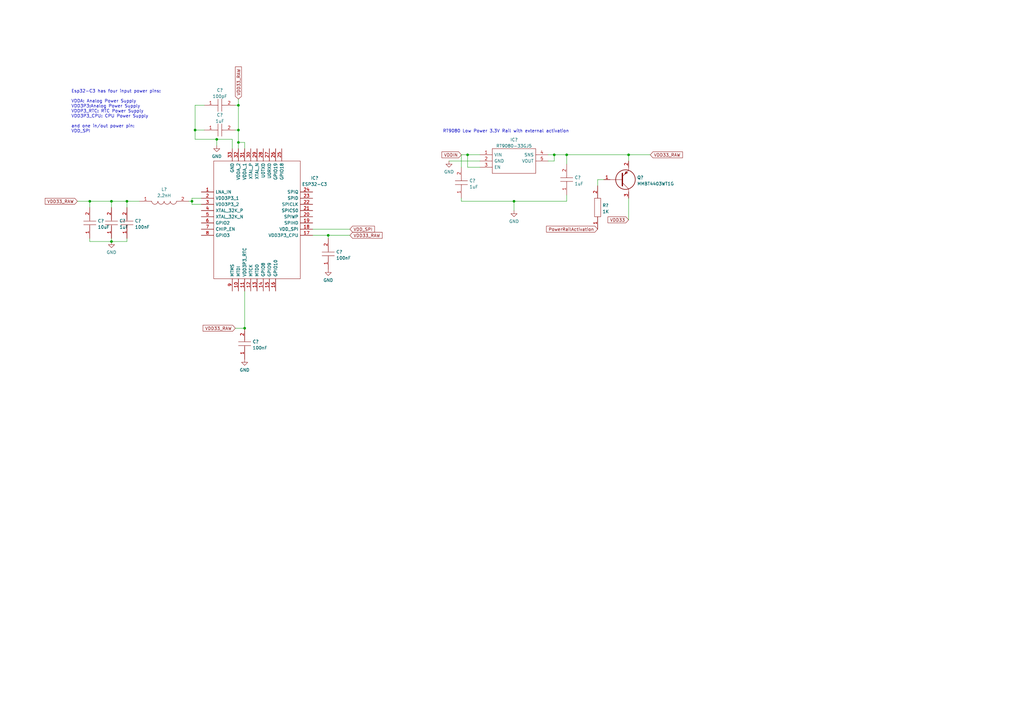
<source format=kicad_sch>
(kicad_sch (version 20211123) (generator eeschema)
  (paper "A3")
  (title_block (title "Easy C3 Dev Board") (date "2022-03-10") (company "Making Devices"))
  (lib_symbols
    (symbol "Library Loader:C0805C475M8RACTU" (pin_names (offset 0.762))
      (property "Reference" "C" (at 8.89 6.35 0))
      (property "Value" "C0805C475M8RACTU" (at 8.89 3.81 0))
      (symbol "C0805C475M8RACTU_0_0"
        (pin passive line (at 0 0 0) (length 5.08) (name "~") (number "1"))
        (pin passive line (at 12.7 0 180) (length 5.08) (name "~") (number "2"))
      )
      (symbol "C0805C475M8RACTU_0_1"
        (polyline (pts (xy 5.08 0) (xy 5.588 0)) (stroke (width 0.1524)))
        (polyline (pts (xy 5.588 2.54) (xy 5.588 -2.54)) (stroke (width 0.1524)))
        (polyline (pts (xy 7.112 0) (xy 7.62 0)) (stroke (width 0.1524)))
        (polyline (pts (xy 7.112 2.54) (xy 7.112 -2.54)) (stroke (width 0.1524)))
      )
    )
    (symbol "Library Loader:ERJP6WF1303V" (pin_names (offset 0.762))
      (property "Reference" "R" (at 13.97 6.35 0))
      (property "Value" "ERJP6WF1303V" (at 13.97 3.81 0))
      (symbol "ERJP6WF1303V_0_0"
        (pin passive line (at 0 0 0) (length 5.08) (name "~") (number "1"))
        (pin passive line (at 17.78 0 180) (length 5.08) (name "~") (number "2"))
      )
      (symbol "ERJP6WF1303V_0_1"
        (polyline (pts (xy 5.08 1.27) (xy 12.7 1.27) (xy 12.7 -1.27) (xy 5.08 -1.27) (xy 5.08 1.27)) (stroke (width 0.1524)))
      )
    )
    (symbol "Library Loader:ESP32-C3" (pin_names (offset 0.762))
      (property "Reference" "IC" (at 41.91 17.78 0))
      (property "Value" "ESP32-C3" (at 41.91 15.24 0))
      (symbol "ESP32-C3_0_0"
        (pin passive line (at 0 0 0) (length 5.08) (name "LNA_IN") (number "1"))
        (pin passive line (at 15.24 -40.64 90) (length 5.08) (name "MTDI") (number "10"))
        (pin passive line (at 17.78 -40.64 90) (length 5.08) (name "VDD3P3_RTC") (number "11"))
        (pin passive line (at 20.32 -40.64 90) (length 5.08) (name "MTCK") (number "12"))
        (pin passive line (at 22.86 -40.64 90) (length 5.08) (name "MTDO") (number "13"))
        (pin passive line (at 25.4 -40.64 90) (length 5.08) (name "GPIO8") (number "14"))
        (pin passive line (at 27.94 -40.64 90) (length 5.08) (name "GPIO9") (number "15"))
        (pin passive line (at 30.48 -40.64 90) (length 5.08) (name "GPIO10") (number "16"))
        (pin passive line (at 45.72 -17.78 180) (length 5.08) (name "VDD3P3_CPU") (number "17"))
        (pin passive line (at 45.72 -15.24 180) (length 5.08) (name "VDD_SPI") (number "18"))
        (pin passive line (at 45.72 -12.7 180) (length 5.08) (name "SPIHD") (number "19"))
        (pin passive line (at 0 -2.54 0) (length 5.08) (name "VDD3P3_1") (number "2"))
        (pin passive line (at 45.72 -10.16 180) (length 5.08) (name "SPIWP") (number "20"))
        (pin passive line (at 45.72 -7.62 180) (length 5.08) (name "SPICS0") (number "21"))
        (pin passive line (at 45.72 -5.08 180) (length 5.08) (name "SPICLK") (number "22"))
        (pin passive line (at 45.72 -2.54 180) (length 5.08) (name "SPID") (number "23"))
        (pin passive line (at 45.72 0 180) (length 5.08) (name "SPIQ") (number "24"))
        (pin passive line (at 33.02 17.78 270) (length 5.08) (name "GPIO18") (number "25"))
        (pin passive line (at 30.48 17.78 270) (length 5.08) (name "GPIO19") (number "26"))
        (pin passive line (at 27.94 17.78 270) (length 5.08) (name "U0RXD") (number "27"))
        (pin passive line (at 25.4 17.78 270) (length 5.08) (name "U0TXD") (number "28"))
        (pin passive line (at 22.86 17.78 270) (length 5.08) (name "XTAL_N") (number "29"))
        (pin passive line (at 0 -5.08 0) (length 5.08) (name "VDD3P3_2") (number "3"))
        (pin passive line (at 20.32 17.78 270) (length 5.08) (name "XTAL_P") (number "30"))
        (pin passive line (at 17.78 17.78 270) (length 5.08) (name "VDDA_1") (number "31"))
        (pin passive line (at 15.24 17.78 270) (length 5.08) (name "VDDA_2") (number "32"))
        (pin passive line (at 12.7 17.78 270) (length 5.08) (name "GND") (number "33"))
        (pin passive line (at 0 -7.62 0) (length 5.08) (name "XTAL_32K_P") (number "4"))
        (pin passive line (at 0 -10.16 0) (length 5.08) (name "XTAL_32K_N") (number "5"))
        (pin passive line (at 0 -12.7 0) (length 5.08) (name "GPIO2") (number "6"))
        (pin passive line (at 0 -15.24 0) (length 5.08) (name "CHIP_EN") (number "7"))
        (pin passive line (at 0 -17.78 0) (length 5.08) (name "GPIO3") (number "8"))
        (pin passive line (at 12.7 -40.64 90) (length 5.08) (name "MTMS") (number "9"))
      )
      (symbol "ESP32-C3_0_1"
        (polyline (pts (xy 5.08 12.7) (xy 40.64 12.7) (xy 40.64 -35.56) (xy 5.08 -35.56) (xy 5.08 12.7)) (stroke (width 0.1524)))
      )
    )
    (symbol "Library Loader:LQW2BAS2N7J00L" (pin_names (offset 0.762))
      (property "Reference" "L" (at 16.51 6.35 0))
      (property "Value" "LQW2BAS2N7J00L" (at 16.51 3.81 0))
      (symbol "LQW2BAS2N7J00L_0_0"
        (pin passive line (at 0 0 0) (length 5.08) (name "~") (number "1"))
        (pin passive line (at 20.32 0 180) (length 5.08) (name "~") (number "2"))
      )
      (symbol "LQW2BAS2N7J00L_0_1"
        (arc (start 5.08 0) (mid 6.35 -1.3218) (end 7.62 0) (stroke (width 0.1524)))
        (arc (start 7.62 0) (mid 8.89 -1.3218) (end 10.16 0) (stroke (width 0.1524)))
        (arc (start 10.16 0) (mid 11.43 -1.3218) (end 12.7 0) (stroke (width 0.1524)))
        (arc (start 12.7 0) (mid 13.97 -1.3218) (end 15.24 0) (stroke (width 0.1524)))
      )
    )
    (symbol "Library Loader:MMBT4403WT1G" (pin_names (offset 0.762))
      (property "Reference" "Q" (at 13.97 1.27 0))
      (property "Value" "MMBT4403WT1G" (at 13.97 -1.27 0))
      (symbol "MMBT4403WT1G_0_0"
        (pin passive line (at 0 0 0) (length 2.54) (name "~") (number "1"))
        (pin passive line (at 10.16 -7.62 90) (length 2.54) (name "~") (number "2"))
        (pin passive line (at 10.16 7.62 270) (length 2.54) (name "~") (number "3"))
      )
      (symbol "MMBT4403WT1G_0_1"
        (polyline (pts (xy 2.54 0) (xy 7.62 0)) (stroke (width 0.1524)))
        (polyline (pts (xy 7.62 -1.27) (xy 10.16 -3.81)) (stroke (width 0.1524)))
        (polyline (pts (xy 7.62 1.27) (xy 10.16 3.81)) (stroke (width 0.1524)))
        (polyline (pts (xy 7.62 2.54) (xy 7.62 -2.54)) (stroke (width 0.508)))
        (polyline (pts (xy 10.16 -3.81) (xy 10.16 -5.08)) (stroke (width 0.1524)))
        (polyline (pts (xy 10.16 3.81) (xy 10.16 5.08)) (stroke (width 0.1524)))
        (polyline (pts (xy 9.652 -2.794) (xy 9.144 -3.302) (xy 8.636 -2.286) (xy 9.652 -2.794)) (stroke (width 0.254)) (fill (type outline)))
        (circle (center 8.89 0) (radius 4.0132) (stroke (width 0.254)))
      )
    )
    (symbol "Library Loader:RT9080-33GJ5" (pin_names (offset 0.762))
      (property "Reference" "IC" (at 24.13 7.62 0))
      (property "Value" "RT9080-33GJ5" (at 24.13 5.08 0))
      (symbol "RT9080-33GJ5_0_0"
        (pin passive line (at 0 0 0) (length 5.08) (name "VIN") (number "1"))
        (pin passive line (at 0 -2.54 0) (length 5.08) (name "GND") (number "2"))
        (pin passive line (at 0 -5.08 0) (length 5.08) (name "EN") (number "3"))
        (pin passive line (at 27.94 0 180) (length 5.08) (name "SNS") (number "4"))
        (pin passive line (at 27.94 -2.54 180) (length 5.08) (name "VOUT") (number "5"))
      )
      (symbol "RT9080-33GJ5_0_1"
        (polyline (pts (xy 5.08 2.54) (xy 22.86 2.54) (xy 22.86 -7.62) (xy 5.08 -7.62) (xy 5.08 2.54)) (stroke (width 0.1524)))
      )
    )
    (symbol "power:GND" (power) (pin_names (offset 0))
      (property "Value" "GND" (at 0 -3.81 0))
      (symbol "GND_0_1"
        (polyline (pts (xy 0 0) (xy 0 -1.27) (xy 1.27 -1.27) (xy 0 -2.54) (xy -1.27 -1.27) (xy 0 -1.27)))
      )
      (symbol "GND_1_1"
        (pin power_in line (at 0 0 270) (length 0) hide (name "GND") (number "1"))
      )
    )
  )
  (junction (at 78.74 82.55))
  (junction (at 80.01 53.34))
  (junction (at 134.62 96.52))
  (junction (at 97.79 53.34))
  (junction (at 257.81 63.5))
  (junction (at 45.72 82.55))
  (junction (at 232.41 63.5))
  (junction (at 88.9 57.15))
  (junction (at 97.79 58.42))
  (junction (at 227.33 63.5))
  (junction (at 45.72 99.06))
  (junction (at 97.79 43.18))
  (junction (at 36.83 82.55))
  (junction (at 191.77 63.5))
  (junction (at 100.33 134.62))
  (junction (at 52.07 82.55))
  (junction (at 210.82 82.55))
  (wire (pts (xy 191.77 68.58) (xy 191.77 63.5)))
  (wire (pts (xy 210.82 82.55) (xy 189.23 82.55)))
  (wire (pts (xy 257.81 63.5) (xy 257.81 66.04)))
  (wire (pts (xy 88.9 57.15) (xy 88.9 59.69)))
  (wire (pts (xy 95.25 57.15) (xy 88.9 57.15)))
  (wire (pts (xy 224.79 63.5) (xy 227.33 63.5)))
  (wire (pts (xy 128.27 96.52) (xy 134.62 96.52)))
  (wire (pts (xy 97.79 58.42) (xy 97.79 60.96)))
  (wire (pts (xy 184.15 66.04) (xy 196.85 66.04)))
  (wire (pts (xy 247.65 73.66) (xy 245.11 73.66)))
  (wire (pts (xy 45.72 82.55) (xy 52.07 82.55)))
  (wire (pts (xy 134.62 96.52) (xy 143.51 96.52)))
  (wire (pts (xy 245.11 73.66) (xy 245.11 76.2)))
  (wire (pts (xy 82.55 83.82) (xy 78.74 83.82)))
  (wire (pts (xy 78.74 82.55) (xy 78.74 83.82)))
  (wire (pts (xy 189.23 63.5) (xy 189.23 68.58)))
  (wire (pts (xy 45.72 99.06) (xy 36.83 99.06)))
  (wire (pts (xy 97.79 53.34) (xy 97.79 58.42)))
  (wire (pts (xy 52.07 82.55) (xy 57.15 82.55)))
  (wire (pts (xy 189.23 82.55) (xy 189.23 81.28)))
  (wire (pts (xy 232.41 80.01) (xy 232.41 82.55)))
  (wire (pts (xy 95.25 60.96) (xy 95.25 57.15)))
  (wire (pts (xy 97.79 43.18) (xy 97.79 53.34)))
  (wire (pts (xy 80.01 43.18) (xy 80.01 53.34)))
  (wire (pts (xy 232.41 82.55) (xy 210.82 82.55)))
  (wire (pts (xy 134.62 96.52) (xy 134.62 97.79)))
  (wire (pts (xy 257.81 81.28) (xy 257.81 90.17)))
  (wire (pts (xy 232.41 63.5) (xy 232.41 67.31)))
  (wire (pts (xy 196.85 68.58) (xy 191.77 68.58)))
  (wire (pts (xy 97.79 40.64) (xy 97.79 43.18)))
  (wire (pts (xy 31.75 82.55) (xy 36.83 82.55)))
  (wire (pts (xy 83.82 43.18) (xy 80.01 43.18)))
  (wire (pts (xy 227.33 63.5) (xy 232.41 63.5)))
  (wire (pts (xy 100.33 58.42) (xy 97.79 58.42)))
  (wire (pts (xy 80.01 57.15) (xy 80.01 53.34)))
  (wire (pts (xy 45.72 82.55) (xy 45.72 85.09)))
  (wire (pts (xy 88.9 57.15) (xy 80.01 57.15)))
  (wire (pts (xy 78.74 81.28) (xy 82.55 81.28)))
  (wire (pts (xy 232.41 63.5) (xy 257.81 63.5)))
  (wire (pts (xy 78.74 81.28) (xy 78.74 82.55)))
  (wire (pts (xy 96.52 43.18) (xy 97.79 43.18)))
  (wire (pts (xy 80.01 53.34) (xy 83.82 53.34)))
  (wire (pts (xy 224.79 66.04) (xy 227.33 66.04)))
  (wire (pts (xy 100.33 134.62) (xy 96.52 134.62)))
  (wire (pts (xy 210.82 82.55) (xy 210.82 86.36)))
  (wire (pts (xy 36.83 82.55) (xy 36.83 85.09)))
  (wire (pts (xy 96.52 53.34) (xy 97.79 53.34)))
  (wire (pts (xy 52.07 99.06) (xy 45.72 99.06)))
  (wire (pts (xy 100.33 60.96) (xy 100.33 58.42)))
  (wire (pts (xy 257.81 63.5) (xy 266.7 63.5)))
  (wire (pts (xy 52.07 82.55) (xy 52.07 85.09)))
  (wire (pts (xy 45.72 97.79) (xy 45.72 99.06)))
  (wire (pts (xy 196.85 63.5) (xy 191.77 63.5)))
  (wire (pts (xy 227.33 66.04) (xy 227.33 63.5)))
  (wire (pts (xy 77.47 82.55) (xy 78.74 82.55)))
  (wire (pts (xy 52.07 97.79) (xy 52.07 99.06)))
  (wire (pts (xy 191.77 63.5) (xy 189.23 63.5)))
  (wire (pts (xy 36.83 97.79) (xy 36.83 99.06)))
  (wire (pts (xy 128.27 93.98) (xy 143.51 93.98)))
  (wire (pts (xy 100.33 119.38) (xy 100.33 134.62)))
  (wire (pts (xy 36.83 82.55) (xy 45.72 82.55)))
  (text "RT9080 Low Power 3.3V Rail with external activation" (at 181.61 54.61 0) (effects (font (size 1.27 1.27)) (justify left bottom)))
  (text "Esp32-C3 has four input power pins:\n\nVDDA: Analog Power Supply\nVDD3P3:Analog Power Supply\nVDDP3_RTC: RTC Power Supply\nVDD3P3_CPU: CPU Power Supply\n\nand one in/out power pin:\nVDD_SPI" (at 29.21 54.61 0) (effects (font (size 1.27 1.27)) (justify left bottom)))
  (global_label "VDD33_RAW" (shape input) (at 97.79 40.64 90) (property "Intersheet References" "${INTERSHEET_REFS}" (effects hide)))
  (global_label "VDD33_RAW" (shape input) (at 266.7 63.5 0) (property "Intersheet References" "${INTERSHEET_REFS}" (effects hide)))
  (global_label "PowerRailActivation" (shape input) (at 245.11 93.98 180) (property "Intersheet References" "${INTERSHEET_REFS}" (effects hide)))
  (global_label "VDD_SPI" (shape input) (at 143.51 93.98 0) (property "Intersheet References" "${INTERSHEET_REFS}" (effects hide)))
  (global_label "VDDIN" (shape input) (at 189.23 63.5 180) (property "Intersheet References" "${INTERSHEET_REFS}" (effects hide)))
  (global_label "VDD33_RAW" (shape input) (at 31.75 82.55 180) (property "Intersheet References" "${INTERSHEET_REFS}" (effects hide)))
  (global_label "VDD33_RAW" (shape input) (at 143.51 96.52 0) (property "Intersheet References" "${INTERSHEET_REFS}" (effects hide)))
  (global_label "VDD33" (shape input) (at 257.81 90.17 180) (property "Intersheet References" "${INTERSHEET_REFS}" (effects hide)))
  (global_label "VDD33_RAW" (shape input) (at 96.52 134.62 180) (property "Intersheet References" "${INTERSHEET_REFS}" (effects hide)))
  (symbol (lib_id "Library Loader:ESP32-C3") (at 82.55 78.74 0) (unit 1)
    (property "Reference" "IC?" (at 129.0303 73.0335 0))
    (property "Value" "ESP32-C3" (at 129.0303 75.5704 0))
    (property "Footprint" "QFN50P500X500X90-33N-D" (effects hide))
    (property "Datasheet" "https://www.espressif.com/sites/default/files/documentation/esp32-c3_datasheet_en.pdf" (effects hide))
    (property "Description" "Ultra-Low-Power SoC with RISC-V Single-Core CPU" (effects hide))
    (property "Height" "0.9" (effects hide))
    (property "Mouser Part Number" "356-ESP32-C3" (effects hide))
    (property "Mouser Price/Stock" "https://www.mouser.co.uk/ProductDetail/Espressif-Systems/ESP32-C3?qs=iLbezkQI%252BsiMXe7tMG%252Bo%2FA%3D%3D" (effects hide))
    (property "Manufacturer_Name" "Espressif Systems" (effects hide))
    (property "Manufacturer_Part_Number" "ESP32-C3" (effects hide))
  )
  (symbol (lib_id "Library Loader:RT9080-33GJ5") (at 196.85 63.5 0) (unit 1)
    (property "Reference" "IC?" (at 210.82 57.311 0))
    (property "Value" "RT9080-33GJ5" (at 210.82 59.8479 0))
    (property "Footprint" "SOT94P280X100-5N" (effects hide))
    (property "Datasheet" "https://www.richtek.com/assets/product_file/RT9080/DS9080-05.pdf" (effects hide))
    (property "Description" "IC REG LIN 3.3V 600MA TSOT23-5" (effects hide))
    (property "Height" "1" (effects hide))
    (property "Manufacturer_Name" "RICHTEK" (effects hide))
    (property "Manufacturer_Part_Number" "RT9080-33GJ5" (effects hide))
  )
  (symbol (lib_id "Library Loader:LQW2BAS2N7J00L") (at 57.15 82.55 0) (unit 1)
    (property "Reference" "L?" (at 67.31 77.6808 0))
    (property "Value" "2.2nH" (at 67.31 80.2177 0))
    (property "Footprint" "LQW2BAN11NG00L" (effects hide))
    (property "Datasheet" "https://psearch.en.murata.com/inductor/product/LQW2BAS2N7J00%23.html" (effects hide))
    (property "Description" "LQW2BAS_00 Series Inductor 2.7nH +/-5% 0805 (2015)" (effects hide))
    (property "Height" "1.52" (effects hide))
    (property "Mouser Part Number" "81-LQW2BAS2N7J00L" (effects hide))
    (property "Mouser Price/Stock" "https://www.mouser.co.uk/ProductDetail/Murata-Electronics/LQW2BAS2N7J00L?qs=rkhjVJ6%2F3EIoAem%252BmvnZ5w%3D%3D" (effects hide))
    (property "Manufacturer_Name" "Murata Electronics" (effects hide))
    (property "Manufacturer_Part_Number" "LQW2BAS2N7J00L" (effects hide))
  )
  (symbol (lib_id "Library Loader:C0805C475M8RACTU") (at 83.82 43.18 0) (unit 1)
    (property "Reference" "C?" (at 90.17 36.991 0))
    (property "Value" "100pF" (at 90.17 39.5279 0))
    (property "Footprint" "CAPC2012X140N" (effects hide))
    (property "Datasheet" "https://datasheet.datasheetarchive.com/originals/distributors/Datasheets-DGA8/2444426.pdf" (effects hide))
    (property "Description" "Cap Ceramic 4.7uF 10V X7R 20% Pad SMD 0805 125C T/R" (effects hide))
    (property "Height" "1.4" (effects hide))
    (property "Manufacturer_Name" "Kemet" (effects hide))
    (property "Manufacturer_Part_Number" "C0805C475M8RACTU" (effects hide))
  )
  (symbol (lib_id "Library Loader:C0805C475M8RACTU") (at 100.33 147.32 90) (unit 1)
    (property "Reference" "C?" (at 103.5812 140.1353 90) (effects (justify right)))
    (property "Value" "100nF" (at 103.5812 142.6722 90) (effects (justify right)))
    (property "Footprint" "CAPC2012X140N" (effects hide))
    (property "Datasheet" "https://datasheet.datasheetarchive.com/originals/distributors/Datasheets-DGA8/2444426.pdf" (effects hide))
    (property "Description" "Cap Ceramic 4.7uF 10V X7R 20% Pad SMD 0805 125C T/R" (effects hide))
    (property "Height" "1.4" (effects hide))
    (property "Manufacturer_Name" "Kemet" (effects hide))
    (property "Manufacturer_Part_Number" "C0805C475M8RACTU" (effects hide))
  )
  (symbol (lib_id "Library Loader:C0805C475M8RACTU") (at 83.82 53.34 0) (unit 1)
    (property "Reference" "C?" (at 90.17 47.151 0))
    (property "Value" "1uF" (at 90.17 49.6879 0))
    (property "Footprint" "CAPC2012X140N" (effects hide))
    (property "Datasheet" "https://datasheet.datasheetarchive.com/originals/distributors/Datasheets-DGA8/2444426.pdf" (effects hide))
    (property "Description" "Cap Ceramic 4.7uF 10V X7R 20% Pad SMD 0805 125C T/R" (effects hide))
    (property "Height" "1.4" (effects hide))
    (property "Manufacturer_Name" "Kemet" (effects hide))
    (property "Manufacturer_Part_Number" "C0805C475M8RACTU" (effects hide))
  )
  (symbol (lib_id "power:GND") (at 100.33 147.32 0) (unit 1)
    (property "Reference" "#PWR?" (effects hide))
    (property "Value" "GND" (at 100.33 151.7634 0))
  )
  (symbol (lib_id "power:GND") (at 210.82 86.36 0) (unit 1)
    (property "Reference" "#PWR?" (effects hide))
    (property "Value" "GND" (at 210.82 90.8034 0))
  )
  (symbol (lib_id "power:GND") (at 45.72 99.06 0) (unit 1)
    (property "Reference" "#PWR?" (effects hide))
    (property "Value" "GND" (at 45.72 103.5034 0))
  )
  (symbol (lib_id "power:GND") (at 184.15 66.04 0) (unit 1)
    (property "Reference" "#PWR?" (effects hide))
    (property "Value" "GND" (at 184.15 70.4834 0))
  )
  (symbol (lib_id "Library Loader:C0805C475M8RACTU") (at 232.41 80.01 90) (unit 1)
    (property "Reference" "C?" (at 235.6612 72.8253 90) (effects (justify right)))
    (property "Value" "1uF" (at 235.6612 75.3622 90) (effects (justify right)))
    (property "Footprint" "CAPC2012X140N" (effects hide))
    (property "Datasheet" "https://datasheet.datasheetarchive.com/originals/distributors/Datasheets-DGA8/2444426.pdf" (effects hide))
    (property "Description" "Cap Ceramic 4.7uF 10V X7R 20% Pad SMD 0805 125C T/R" (effects hide))
    (property "Height" "1.4" (effects hide))
    (property "Manufacturer_Name" "Kemet" (effects hide))
    (property "Manufacturer_Part_Number" "C0805C475M8RACTU" (effects hide))
  )
  (symbol (lib_id "Library Loader:C0805C475M8RACTU") (at 134.62 110.49 90) (unit 1)
    (property "Reference" "C?" (at 137.8712 103.3053 90) (effects (justify right)))
    (property "Value" "100nF" (at 137.8712 105.8422 90) (effects (justify right)))
    (property "Footprint" "CAPC2012X140N" (effects hide))
    (property "Datasheet" "https://datasheet.datasheetarchive.com/originals/distributors/Datasheets-DGA8/2444426.pdf" (effects hide))
    (property "Description" "Cap Ceramic 4.7uF 10V X7R 20% Pad SMD 0805 125C T/R" (effects hide))
    (property "Height" "1.4" (effects hide))
    (property "Manufacturer_Name" "Kemet" (effects hide))
    (property "Manufacturer_Part_Number" "C0805C475M8RACTU" (effects hide))
  )
  (symbol (lib_id "Library Loader:C0805C475M8RACTU") (at 52.07 97.79 90) (unit 1)
    (property "Reference" "C?" (at 55.3212 90.6053 90) (effects (justify right)))
    (property "Value" "100nF" (at 55.3212 93.1422 90) (effects (justify right)))
    (property "Footprint" "CAPC2012X140N" (effects hide))
    (property "Datasheet" "https://datasheet.datasheetarchive.com/originals/distributors/Datasheets-DGA8/2444426.pdf" (effects hide))
    (property "Description" "Cap Ceramic 4.7uF 10V X7R 20% Pad SMD 0805 125C T/R" (effects hide))
    (property "Height" "1.4" (effects hide))
    (property "Manufacturer_Name" "Kemet" (effects hide))
    (property "Manufacturer_Part_Number" "C0805C475M8RACTU" (effects hide))
  )
  (symbol (lib_id "power:GND") (at 134.62 110.49 0) (unit 1)
    (property "Reference" "#PWR?" (effects hide))
    (property "Value" "GND" (at 134.62 114.9334 0))
  )
  (symbol (lib_id "Library Loader:C0805C475M8RACTU") (at 36.83 97.79 90) (unit 1)
    (property "Reference" "C?" (at 40.0812 90.6053 90) (effects (justify right)))
    (property "Value" "10uF" (at 40.0812 93.1422 90) (effects (justify right)))
    (property "Footprint" "CAPC2012X140N" (effects hide))
    (property "Datasheet" "https://datasheet.datasheetarchive.com/originals/distributors/Datasheets-DGA8/2444426.pdf" (effects hide))
    (property "Description" "Cap Ceramic 4.7uF 10V X7R 20% Pad SMD 0805 125C T/R" (effects hide))
    (property "Height" "1.4" (effects hide))
    (property "Manufacturer_Name" "Kemet" (effects hide))
    (property "Manufacturer_Part_Number" "C0805C475M8RACTU" (effects hide))
  )
  (symbol (lib_id "Library Loader:C0805C475M8RACTU") (at 189.23 81.28 90) (unit 1)
    (property "Reference" "C?" (at 192.4812 74.0953 90) (effects (justify right)))
    (property "Value" "1uF" (at 192.4812 76.6322 90) (effects (justify right)))
    (property "Footprint" "CAPC2012X140N" (effects hide))
    (property "Datasheet" "https://datasheet.datasheetarchive.com/originals/distributors/Datasheets-DGA8/2444426.pdf" (effects hide))
    (property "Description" "Cap Ceramic 4.7uF 10V X7R 20% Pad SMD 0805 125C T/R" (effects hide))
    (property "Height" "1.4" (effects hide))
    (property "Manufacturer_Name" "Kemet" (effects hide))
    (property "Manufacturer_Part_Number" "C0805C475M8RACTU" (effects hide))
  )
  (symbol (lib_id "Library Loader:MMBT4403WT1G") (at 247.65 73.66 0) (mirror x) (unit 1)
    (property "Reference" "Q?" (at 261.3152 72.8253 0) (effects (justify left)))
    (property "Value" "MMBT4403WT1G" (at 261.3152 75.3622 0) (effects (justify left)))
    (property "Footprint" "SOT65P220X100-3N" (effects hide))
    (property "Datasheet" "https://componentsearchengine.com/Datasheets/2/MMBT4403WT1G.pdf" (effects hide))
    (property "Description" "ON SEMICONDUCTOR - MMBT4403WT1G - TRANSISTOR, PNP, -40V, -0.6A, SC-70" (effects hide))
    (property "Height" "1" (effects hide))
    (property "Mouser Part Number" "863-MMBT4403WT1G" (effects hide))
    (property "Mouser Price/Stock" "https://www.mouser.co.uk/ProductDetail/onsemi/MMBT4403WT1G?qs=HVbQlW5zcXXliRimP8G%2FVA%3D%3D" (effects hide))
    (property "Manufacturer_Name" "ON Semiconductor" (effects hide))
    (property "Manufacturer_Part_Number" "MMBT4403WT1G" (effects hide))
  )
  (symbol (lib_id "power:GND") (at 88.9 59.69 0) (unit 1)
    (property "Reference" "#PWR?" (effects hide))
    (property "Value" "GND" (at 88.9 64.1334 0))
  )
  (symbol (lib_id "Library Loader:ERJP6WF1303V") (at 245.11 93.98 90) (unit 1)
    (property "Reference" "R?" (at 247.0912 84.2553 90) (effects (justify right)))
    (property "Value" "1K" (at 247.0912 86.7922 90) (effects (justify right)))
    (property "Footprint" "RESC2012X75N" (effects hide))
    (property "Datasheet" "http://uk.rs-online.com/web/p/products/7708607P" (effects hide))
    (property "Description" "Panasonic ERJP6W Series Thick Film Surface Mount Fixed Resistor 0805 Case 130k +/-1% 0.5W +/-200ppm/C" (effects hide))
    (property "Height" "0.75" (effects hide))
    (property "RS Part Number" "7708607P" (effects hide))
    (property "RS Price/Stock" "http://uk.rs-online.com/web/p/products/7708607P" (effects hide))
    (property "Manufacturer_Name" "Panasonic" (effects hide))
    (property "Manufacturer_Part_Number" "ERJP6WF1303V" (effects hide))
  )
  (symbol (lib_id "Library Loader:C0805C475M8RACTU") (at 45.72 97.79 90) (unit 1)
    (property "Reference" "C?" (at 48.9712 90.6053 90) (effects (justify right)))
    (property "Value" "1uF" (at 48.9712 93.1422 90) (effects (justify right)))
    (property "Footprint" "CAPC2012X140N" (effects hide))
    (property "Datasheet" "https://datasheet.datasheetarchive.com/originals/distributors/Datasheets-DGA8/2444426.pdf" (effects hide))
    (property "Description" "Cap Ceramic 4.7uF 10V X7R 20% Pad SMD 0805 125C T/R" (effects hide))
    (property "Height" "1.4" (effects hide))
    (property "Manufacturer_Name" "Kemet" (effects hide))
    (property "Manufacturer_Part_Number" "C0805C475M8RACTU" (effects hide))
  )
)
</source>
